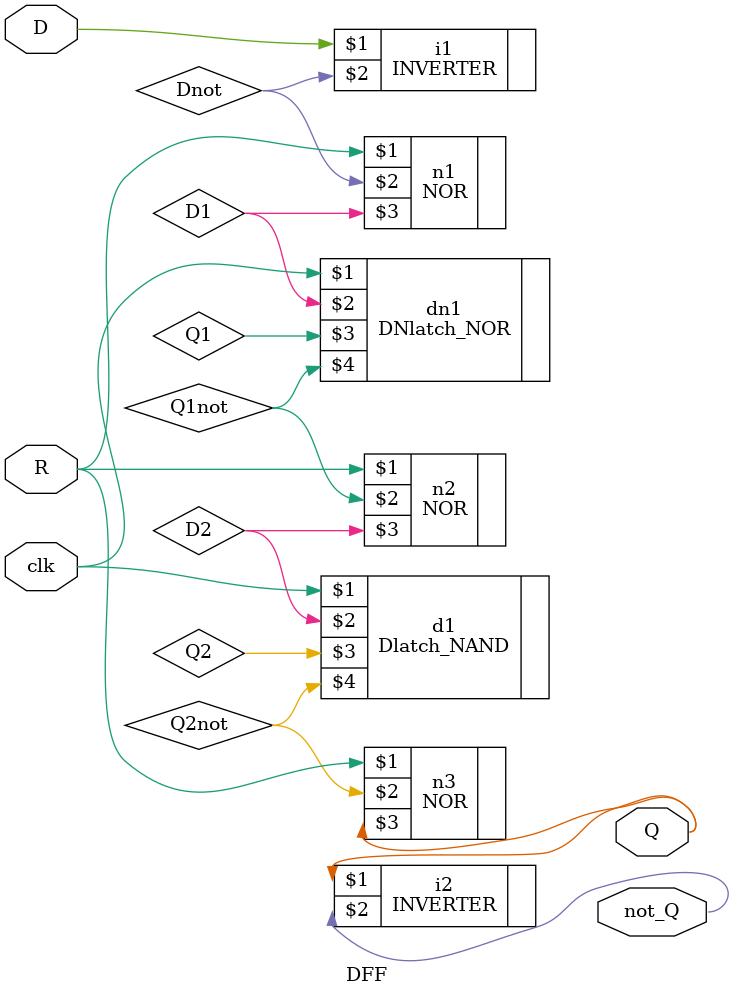
<source format=v>
`timescale 1ns / 1ps
module DFF(
    input clk,
    input D,
    input R, //if R=1 Q=0 independent of others
    output Q,
    output not_Q
    );
	 
	 wire Dnot,D1,Q1,Q1not,D2,Q2,Q2not;
	 
	 INVERTER i1(D,Dnot);
	 NOR n1(R,Dnot,D1);
	 DNlatch_NOR dn1(clk,D1,Q1,Q1not);
	 NOR n2(R,Q1not,D2);	 
	 Dlatch_NAND d1(clk,D2,Q2,Q2not); 
	 NOR n3(R,Q2not,Q);
	 INVERTER i2(Q,not_Q);
	 


endmodule

</source>
